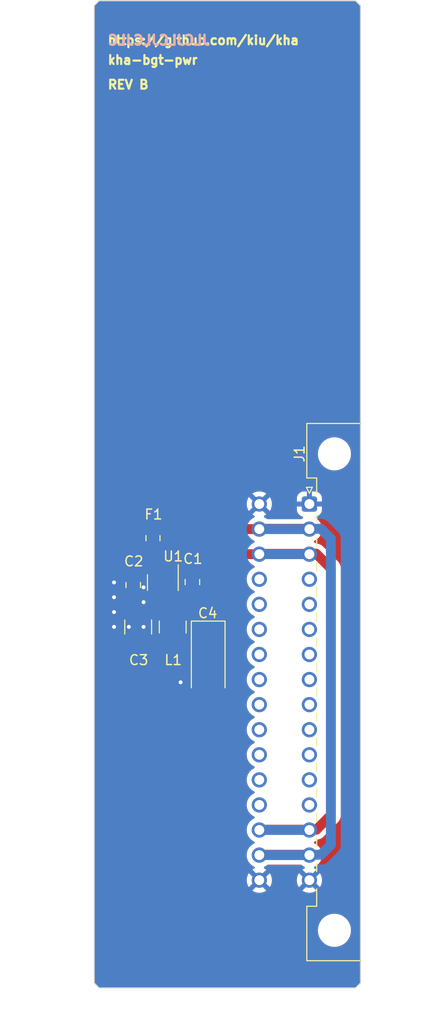
<source format=kicad_pcb>
(kicad_pcb (version 20221018) (generator pcbnew)
  (layers (0 "F.Cu" signal) (31 "B.Cu" signal) (34 "B.Paste" user) (35 "F.Paste" user) (36 "B.SilkS" user "B.Silkscreen") (37 "F.SilkS" user "F.Silkscreen") (38 "B.Mask" user) (39 "F.Mask" user) (44 "Edge.Cuts" user))
  (net 0 "")
  (net 1 "Net-(U1-SW)")
  (net 2 "Net-(U1-BST)")
  (net 3 "GND")
  (net 4 "Net-(U1-EN)")
  (net 5 "+5V")
  (net 6 "+12V")
  (footprint "Capacitor_SMD:C_0805_2012Metric" (layer "F.Cu") (at 91.455 112.185 90)
    (fp_text reference "C2" (at 2.4 0.05 180) (layer "F.SilkS"))
    (fp_text value "10uF")
    (fp_line (start -0.261252 -0.735) (end 0.261252 -0.735) (stroke (width 0.12)) (layer "F.SilkS"))
    (fp_line (start -0.261252 0.735) (end 0.261252 0.735) (stroke (width 0.12)) (layer "F.SilkS"))
    (pad "1" smd roundrect (at -0.95 0 90) (size 1 1.45) (layers "F.Cu" "F.Paste" "F.Mask") (net 3 "GND"))
    (pad "2" smd roundrect (at 0.95 0 90) (size 1 1.45) (layers "F.Cu" "F.Paste" "F.Mask") (net 4 "Net-(U1-EN)"))
  )
  (footprint "Fuse:Fuse_0805_2012Metric" (layer "F.Cu") (at 93.455 107.435 90)
    (fp_text reference "F1" (at 2.4 0.05 180) (layer "F.SilkS"))
    (fp_text value "Polyfuse")
    (fp_line (start -0.258578 -0.71) (end 0.258578 -0.71) (stroke (width 0.12)) (layer "F.SilkS"))
    (fp_line (start -0.258578 0.71) (end 0.258578 0.71) (stroke (width 0.12)) (layer "F.SilkS"))
    (pad "1" smd roundrect (at -0.9375 0 90) (size 0.975 1.4) (layers "F.Cu" "F.Paste" "F.Mask") (net 4 "Net-(U1-EN)"))
    (pad "2" smd roundrect (at 0.9375 0 90) (size 0.975 1.4) (layers "F.Cu" "F.Paste" "F.Mask") (net 6 "+12V"))
  )
  (footprint "Connector_DIN:DIN41612_C2_2x16_Male_Horizontal_THT" (layer "F.Cu") (at 109.32 103.98 -90)
    (fp_text reference "J1" (at -5.08 1 90) (layer "F.SilkS"))
    (fp_text value "DIN41612_02x16_AC")
    (fp_line (start -8.16 -5.3) (end -8.16 0.26) (stroke (width 0.12)) (layer "F.SilkS"))
    (fp_line (start -8.16 0.26) (end -2.64 0.26) (stroke (width 0.12)) (layer "F.SilkS"))
    (fp_line (start -2.64 -0.74) (end -1.095 -0.74) (stroke (width 0.12)) (layer "F.SilkS"))
    (fp_line (start -2.64 0.26) (end -2.64 -0.74) (stroke (width 0.12)) (layer "F.SilkS"))
    (fp_line (start -1.695 -0.3) (end -1.695 0.3) (stroke (width 0.12)) (layer "F.SilkS"))
    (fp_line (start -1.695 0.3) (end -1.095 0) (stroke (width 0.12)) (layer "F.SilkS"))
    (fp_line (start -1.095 0) (end -1.695 -0.3) (stroke (width 0.12)) (layer "F.SilkS"))
    (fp_line (start 1.095 -0.74) (end 1.671 -0.74) (stroke (width 0.12)) (layer "F.SilkS"))
    (fp_line (start 3.41 -0.74) (end 4.211 -0.74) (stroke (width 0.12)) (layer "F.SilkS"))
    (fp_line (start 5.95 -0.74) (end 6.751 -0.74) (stroke (width 0.12)) (layer "F.SilkS"))
    (fp_line (start 8.49 -0.74) (end 9.291 -0.74) (stroke (width 0.12)) (layer "F.SilkS"))
    (fp_line (start 11.03 -0.74) (end 11.831 -0.74) (stroke (width 0.12)) (layer "F.SilkS"))
    (fp_line (start 13.57 -0.74) (end 14.371 -0.74) (stroke (width 0.12)) (layer "F.SilkS"))
    (fp_line (start 16.11 -0.74) (end 16.911 -0.74) (stroke (width 0.12)) (layer "F.SilkS"))
    (fp_line (start 18.65 -0.74) (end 19.451 -0.74) (stroke (width 0.12)) (layer "F.SilkS"))
    (fp_line (start 21.19 -0.74) (end 21.991 -0.74) (stroke (width 0.12)) (layer "F.SilkS"))
    (fp_line (start 23.73 -0.74) (end 24.531 -0.74) (stroke (width 0.12)) (layer "F.SilkS"))
    (fp_line (start 26.27 -0.74) (end 27.071 -0.74) (stroke (width 0.12)) (layer "F.SilkS"))
    (fp_line (start 28.81 -0.74) (end 29.611 -0.74) (stroke (width 0.12)) (layer "F.SilkS"))
    (fp_line (start 31.35 -0.74) (end 32.151 -0.74) (stroke (width 0.12)) (layer "F.SilkS"))
    (fp_line (start 33.89 -0.74) (end 34.691 -0.74) (stroke (width 0.12)) (layer "F.SilkS"))
    (fp_line (start 36.43 -0.74) (end 37.231 -0.74) (stroke (width 0.12)) (layer "F.SilkS"))
    (fp_line (start 38.97 -0.74) (end 40.74 -0.74) (stroke (width 0.12)) (layer "F.SilkS"))
    (fp_line (start 40.74 0.26) (end 40.74 -0.74) (stroke (width 0.12)) (layer "F.SilkS"))
    (fp_line (start 46.26 -5.3) (end 46.26 0.26) (stroke (width 0.12)) (layer "F.SilkS"))
    (fp_line (start 46.26 0.26) (end 40.74 0.26) (stroke (width 0.12)) (layer "F.SilkS"))
    (pad "" np_thru_hole circle (at -5.08 -2.54 270) (size 2.85 2.85) (drill 2.85) (layers "*.Cu" "*.Mask"))
    (pad "" np_thru_hole circle (at 43.18 -2.54 270) (size 2.85 2.85) (drill 2.85) (layers "*.Cu" "*.Mask"))
    (pad "a1" thru_hole roundrect (at 0 0 270) (size 1.55 1.55) (drill 1) (layers "*.Cu" "*.Mask") (roundrect_rratio 0.1612896774) (net 3 "GND"))
    (pad "a2" thru_hole circle (at 2.54 0 270) (size 1.55 1.55) (drill 1) (layers "*.Cu" "*.Mask") (net 6 "+12V"))
    (pad "a3" thru_hole circle (at 5.08 0 270) (size 1.55 1.55) (drill 1) (layers "*.Cu" "*.Mask") (net 5 "+5V"))
    (pad "a4" thru_hole circle (at 7.62 0 270) (size 1.55 1.55) (drill 1) (layers "*.Cu" "*.Mask"))
    (pad "a5" thru_hole circle (at 10.16 0 270) (size 1.55 1.55) (drill 1) (layers "*.Cu" "*.Mask"))
    (pad "a6" thru_hole circle (at 12.7 0 270) (size 1.55 1.55) (drill 1) (layers "*.Cu" "*.Mask"))
    (pad "a7" thru_hole circle (at 15.24 0 270) (size 1.55 1.55) (drill 1) (layers "*.Cu" "*.Mask"))
    (pad "a8" thru_hole circle (at 17.78 0 270) (size 1.55 1.55) (drill 1) (layers "*.Cu" "*.Mask"))
    (pad "a9" thru_hole circle (at 20.32 0 270) (size 1.55 1.55) (drill 1) (layers "*.Cu" "*.Mask"))
    (pad "a10" thru_hole circle (at 22.86 0 270) (size 1.55 1.55) (drill 1) (layers "*.Cu" "*.Mask"))
    (pad "a11" thru_hole circle (at 25.4 0 270) (size 1.55 1.55) (drill 1) (layers "*.Cu" "*.Mask"))
    (pad "a12" thru_hole circle (at 27.94 0 270) (size 1.55 1.55) (drill 1) (layers "*.Cu" "*.Mask"))
    (pad "a13" thru_hole circle (at 30.48 0 270) (size 1.55 1.55) (drill 1) (layers "*.Cu" "*.Mask"))
    (pad "a14" thru_hole circle (at 33.02 0 270) (size 1.55 1.55) (drill 1) (layers "*.Cu" "*.Mask") (net 5 "+5V"))
    (pad "a15" thru_hole circle (at 35.56 0 270) (size 1.55 1.55) (drill 1) (layers "*.Cu" "*.Mask") (net 6 "+12V"))
    (pad "a16" thru_hole circle (at 38.1 0 270) (size 1.55 1.55) (drill 1) (layers "*.Cu" "*.Mask") (net 3 "GND"))
    (pad "c1" thru_hole circle (at 0 5.08 270) (size 1.55 1.55) (drill 1) (layers "*.Cu" "*.Mask") (net 3 "GND"))
    (pad "c2" thru_hole circle (at 2.54 5.08 270) (size 1.55 1.55) (drill 1) (layers "*.Cu" "*.Mask") (net 6 "+12V"))
    (pad "c3" thru_hole circle (at 5.08 5.08 270) (size 1.55 1.55) (drill 1) (layers "*.Cu" "*.Mask") (net 5 "+5V"))
    (pad "c4" thru_hole circle (at 7.62 5.08 270) (size 1.55 1.55) (drill 1) (layers "*.Cu" "*.Mask"))
    (pad "c5" thru_hole circle (at 10.16 5.08 270) (size 1.55 1.55) (drill 1) (layers "*.Cu" "*.Mask"))
    (pad "c6" thru_hole circle (at 12.7 5.08 270) (size 1.55 1.55) (drill 1) (layers "*.Cu" "*.Mask"))
    (pad "c7" thru_hole circle (at 15.24 5.08 270) (size 1.55 1.55) (drill 1) (layers "*.Cu" "*.Mask"))
    (pad "c8" thru_hole circle (at 17.78 5.08 270) (size 1.55 1.55) (drill 1) (layers "*.Cu" "*.Mask"))
    (pad "c9" thru_hole circle (at 20.32 5.08 270) (size 1.55 1.55) (drill 1) (layers "*.Cu" "*.Mask"))
    (pad "c10" thru_hole circle (at 22.86 5.08 270) (size 1.55 1.55) (drill 1) (layers "*.Cu" "*.Mask"))
    (pad "c11" thru_hole circle (at 25.4 5.08 270) (size 1.55 1.55) (drill 1) (layers "*.Cu" "*.Mask"))
    (pad "c12" thru_hole circle (at 27.94 5.08 270) (size 1.55 1.55) (drill 1) (layers "*.Cu" "*.Mask"))
    (pad "c13" thru_hole circle (at 30.48 5.08 270) (size 1.55 1.55) (drill 1) (layers "*.Cu" "*.Mask"))
    (pad "c14" thru_hole circle (at 33.02 5.08 270) (size 1.55 1.55) (drill 1) (layers "*.Cu" "*.Mask") (net 5 "+5V"))
    (pad "c15" thru_hole circle (at 35.56 5.08 270) (size 1.55 1.55) (drill 1) (layers "*.Cu" "*.Mask") (net 6 "+12V"))
    (pad "c16" thru_hole circle (at 38.1 5.08 270) (size 1.55 1.55) (drill 1) (layers "*.Cu" "*.Mask") (net 3 "GND"))
  )
  (footprint "Inductor_SMD:L_1210_3225Metric" (layer "F.Cu") (at 95.455 116.435 -90)
    (fp_text reference "L1" (at 3.35 -0.05 -180) (layer "F.SilkS"))
    (fp_text value "4.7uH")
    (fp_line (start -0.602064 -1.36) (end 0.602064 -1.36) (stroke (width 0.12)) (layer "F.SilkS"))
    (fp_line (start -0.602064 1.36) (end 0.602064 1.36) (stroke (width 0.12)) (layer "F.SilkS"))
    (pad "1" smd roundrect (at -1.4 0 270) (size 1.25 2.65) (layers "F.Cu" "F.Paste" "F.Mask") (roundrect_rratio 0.2) (net 1 "Net-(U1-SW)"))
    (pad "2" smd roundrect (at 1.4 0 270) (size 1.25 2.65) (layers "F.Cu" "F.Paste" "F.Mask") (roundrect_rratio 0.2) (net 5 "+5V"))
  )
  (footprint "Capacitor_SMD:C_1210_3225Metric" (layer "F.Cu") (at 91.955 116.435 90)
    (fp_text reference "C3" (at -3.35 0.05 180) (layer "F.SilkS"))
    (fp_text value "47uF")
    (fp_line (start -0.711252 -1.36) (end 0.711252 -1.36) (stroke (width 0.12)) (layer "F.SilkS"))
    (fp_line (start -0.711252 1.36) (end 0.711252 1.36) (stroke (width 0.12)) (layer "F.SilkS"))
    (pad "1" smd roundrect (at -1.475 0 90) (size 1.15 2.7) (layers "F.Cu" "F.Paste" "F.Mask") (roundrect_rratio 0.2173913043) (net 5 "+5V"))
    (pad "2" smd roundrect (at 1.475 0 90) (size 1.15 2.7) (layers "F.Cu" "F.Paste" "F.Mask") (roundrect_rratio 0.2173913043) (net 3 "GND"))
  )
  (footprint "Capacitor_Tantalum_SMD:CP_EIA-6032-28_Kemet-C" (layer "F.Cu") (at 99.055 119.5975 -90)
    (fp_text reference "C4" (at -4.5625 0.05 -180) (layer "F.SilkS"))
    (fp_text value "220uF")
    (fp_line (start -3.76 -1.71) (end -3.76 1.71) (stroke (width 0.12)) (layer "F.SilkS"))
    (fp_line (start -3.76 1.71) (end 3 1.71) (stroke (width 0.12)) (layer "F.SilkS"))
    (fp_line (start 3 -1.71) (end -3.76 -1.71) (stroke (width 0.12)) (layer "F.SilkS"))
    (pad "1" smd roundrect (at -2.4625 0 270) (size 2.075 2.35) (layers "F.Cu" "F.Paste" "F.Mask") (roundrect_rratio 0.1204819277) (net 5 "+5V"))
    (pad "2" smd roundrect (at 2.4625 0 270) (size 2.075 2.35) (layers "F.Cu" "F.Paste" "F.Mask") (roundrect_rratio 0.1204819277) (net 3 "GND"))
  )
  (footprint "Capacitor_SMD:C_0805_2012Metric" (layer "F.Cu") (at 97.455 111.885 90)
    (fp_text reference "C1" (at 2.35 0.05 180) (layer "F.SilkS"))
    (fp_text value "100nF")
    (fp_line (start -0.261252 -0.735) (end 0.261252 -0.735) (stroke (width 0.12)) (layer "F.SilkS"))
    (fp_line (start -0.261252 0.735) (end 0.261252 0.735) (stroke (width 0.12)) (layer "F.SilkS"))
    (pad "1" smd roundrect (at -0.95 0 90) (size 1 1.45) (layers "F.Cu" "F.Paste" "F.Mask") (net 1 "Net-(U1-SW)"))
    (pad "2" smd roundrect (at 0.95 0 90) (size 1 1.45) (layers "F.Cu" "F.Paste" "F.Mask") (net 2 "Net-(U1-BST)"))
  )
  (footprint "Package_TO_SOT_SMD:TSOT-23-6" (layer "F.Cu") (at 94.455 111.935 -90)
    (fp_text reference "U1" (at -2.65 -1.05 -180) (layer "F.SilkS"))
    (fp_text value "AP63205WU")
    (fp_line (start 0 -1.56) (end -1.8 -1.56) (stroke (width 0.12)) (layer "F.SilkS"))
    (fp_line (start 0 -1.56) (end 0.8 -1.56) (stroke (width 0.12)) (layer "F.SilkS"))
    (fp_line (start 0 1.56) (end -0.8 1.56) (stroke (width 0.12)) (layer "F.SilkS"))
    (fp_line (start 0 1.56) (end 0.8 1.56) (stroke (width 0.12)) (layer "F.SilkS"))
    (pad "1" smd roundrect (at -1.1375 -0.95 270) (size 1.325 0.6) (layers "F.Cu" "F.Paste" "F.Mask") (net 5 "+5V"))
    (pad "2" smd roundrect (at -1.1375 0 270) (size 1.325 0.6) (layers "F.Cu" "F.Paste" "F.Mask") (net 4 "Net-(U1-EN)"))
    (pad "3" smd roundrect (at -1.1375 0.95 270) (size 1.325 0.6) (layers "F.Cu" "F.Paste" "F.Mask") (net 4 "Net-(U1-EN)"))
    (pad "4" smd roundrect (at 1.1375 0.95 270) (size 1.325 0.6) (layers "F.Cu" "F.Paste" "F.Mask") (net 3 "GND"))
    (pad "5" smd roundrect (at 1.1375 0 270) (size 1.325 0.6) (layers "F.Cu" "F.Paste" "F.Mask") (net 1 "Net-(U1-SW)"))
    (pad "6" smd roundrect (at 1.1375 -0.95 270) (size 1.325 0.6) (layers "F.Cu" "F.Paste" "F.Mask") (net 2 "Net-(U1-BST)"))
  )
  (gr_line (start 114 153) (end 114.5 152.5) (stroke (width 0.1)) (layer "Edge.Cuts"))
  (gr_line (start 114 153) (end 88 153) (stroke (width 0.1)) (layer "Edge.Cuts"))
  (gr_line (start 88 53) (end 114 53) (stroke (width 0.1)) (layer "Edge.Cuts"))
  (gr_line (start 87.5 53.5) (end 87.5 152.5) (stroke (width 0.1)) (layer "Edge.Cuts"))
  (gr_line (start 114.5 53.5) (end 114.5 152.5) (stroke (width 0.1)) (layer "Edge.Cuts"))
  (gr_line (start 88 53) (end 87.5 53.5) (stroke (width 0.1)) (layer "Edge.Cuts"))
  (gr_line (start 114 53) (end 114.5 53.5) (stroke (width 0.1)) (layer "Edge.Cuts"))
  (gr_line (start 87.5 152.5) (end 88 153) (stroke (width 0.1)) (layer "Edge.Cuts"))
  (gr_text "JLCJLCJLCJLC" (at 88.755 57) (layer "B.SilkS") (effects (font (size 1 1) (thickness 0.25) bold) (justify right mirror)))
  (gr_text "https://github.com/kiu/kha" (at 88.755 57) (layer "F.SilkS") (effects (font (size 0.9 0.9) (thickness 0.225) bold) (justify left)))
  (gr_text "REV B" (at 88.755 61.5) (layer "F.SilkS") (effects (font (size 0.9 0.9) (thickness 0.225) bold) (justify left)))
  (gr_text "kha-bgt-pwr" (at 88.755 59) (layer "F.SilkS") (effects (font (size 0.9 0.9) (thickness 0.225) bold) (justify left)))
  (segment (start 97.505 114.4225) (end 96.905 115.0225) (width 0.6) (layer "F.Cu") (net 1))
  (segment (start 96.905 115.0225) (end 95.505 115.0225) (width 0.6) (layer "F.Cu") (net 1))
  (segment (start 94.505 113.06) (end 94.505 114.0225) (width 0.6) (layer "F.Cu") (net 1))
  (segment (start 97.505 112.8725) (end 97.505 114.4225) (width 0.6) (layer "F.Cu") (net 1))
  (segment (start 94.505 114.0225) (end 95.505 115.0225) (width 0.6) (layer "F.Cu") (net 1))
  (segment (start 96.955 110.9725) (end 97.505 110.9725) (width 0.6) (layer "F.Cu") (net 2))
  (segment (start 95.455 112.4725) (end 96.955 110.9725) (width 0.6) (layer "F.Cu") (net 2))
  (segment (start 95.455 113.06) (end 95.455 112.4725) (width 0.6) (layer "F.Cu") (net 2))
  (via (at 92.505 113.9225) (size 0.8) (drill 0.4) (layers "F.Cu" "B.Cu") (net 3))
  (via (at 91.005 116.4225) (size 0.8) (drill 0.4) (layers "F.Cu" "B.Cu") (net 3))
  (via (at 89.505 116.4225) (size 0.8) (drill 0.4) (layers "F.Cu" "B.Cu") (net 3))
  (via (at 89.505 111.9225) (size 0.8) (drill 0.4) (layers "F.Cu" "B.Cu") (net 3))
  (via (at 89.505 114.9225) (size 0.8) (drill 0.4) (layers "F.Cu" "B.Cu") (net 3))
  (via (at 96.255 122.035) (size 0.8) (drill 0.4) (layers "F.Cu" "B.Cu") (net 3))
  (via (at 92.505 112.4225) (size 0.8) (drill 0.4) (layers "F.Cu" "B.Cu") (net 3))
  (via (at 92.505 116.4225) (size 0.8) (drill 0.4) (layers "F.Cu" "B.Cu") (net 3))
  (via (at 89.505 113.4225) (size 0.8) (drill 0.4) (layers "F.Cu" "B.Cu") (net 3))
  (segment (start 94.505 110.785) (end 93.555 110.785) (width 0.6) (layer "F.Cu") (net 4))
  (segment (start 93.505 110.735) (end 93.555 110.785) (width 1) (layer "F.Cu") (net 4))
  (segment (start 93.1175 111.2225) (end 93.555 110.785) (width 1) (layer "F.Cu") (net 4))
  (segment (start 91.505 111.2225) (end 93.1175 111.2225) (width 1) (layer "F.Cu") (net 4))
  (segment (start 93.505 108.36) (end 93.505 110.735) (width 1) (layer "F.Cu") (net 4))
  (segment (start 101.255 115.535) (end 101.255 110.535) (width 1) (layer "F.Cu") (net 5))
  (segment (start 98.505 109.9225) (end 99.005 110.4225) (width 0.5) (layer "F.Cu") (net 5))
  (segment (start 95.455 110.785) (end 96.3175 109.9225) (width 0.5) (layer "F.Cu") (net 5))
  (segment (start 99.205 117.0725) (end 99.7175 117.0725) (width 1) (layer "F.Cu") (net 5))
  (segment (start 111.5 110.5) (end 111.5 135.5) (width 1) (layer "F.Cu") (net 5))
  (segment (start 109.26 109.025) (end 104.18 109.025) (width 1) (layer "F.Cu") (net 5))
  (segment (start 110.525 109.525) (end 111.5 110.5) (width 1) (layer "F.Cu") (net 5))
  (segment (start 92.08 117.8225) (end 92.005 117.8975) (width 1) (layer "F.Cu") (net 5))
  (segment (start 101.255 110.535) (end 102.73 109.06) (width 1) (layer "F.Cu") (net 5))
  (segment (start 95.505 117.8225) (end 92.08 117.8225) (width 1) (layer "F.Cu") (net 5))
  (segment (start 99.005 116.885) (end 99.0425 116.9225) (width 0.5) (layer "F.Cu") (net 5))
  (segment (start 98.1425 117.8225) (end 99.0425 116.9225) (width 1) (layer "F.Cu") (net 5))
  (segment (start 109.32 109.06) (end 110.06 109.06) (width 1) (layer "F.Cu") (net 5))
  (segment (start 110 109) (end 110.525 109.525) (width 1) (layer "F.Cu") (net 5))
  (segment (start 102.73 109.06) (end 104.24 109.06) (width 1) (layer "F.Cu") (net 5))
  (segment (start 95.505 117.8225) (end 98.1425 117.8225) (width 1) (layer "F.Cu") (net 5))
  (segment (start 109.285 109) (end 110 109) (width 1) (layer "F.Cu") (net 5))
  (segment (start 99.7175 117.0725) (end 101.255 115.535) (width 1) (layer "F.Cu") (net 5))
  (segment (start 109.26 136.965) (end 104.18 136.965) (width 1) (layer "F.Cu") (net 5))
  (segment (start 111.5 110.5) (end 111.5 116.903) (width 1) (layer "F.Cu") (net 5))
  (segment (start 111.5 135.5) (end 110.035 136.965) (width 1) (layer "F.Cu") (net 5))
  (segment (start 99.005 110.4225) (end 99.005 116.885) (width 0.5) (layer "F.Cu") (net 5))
  (segment (start 111.5 116.903) (end 111.5 135.5) (width 1) (layer "F.Cu") (net 5))
  (segment (start 110.06 109.06) (end 111.5 110.5) (width 1) (layer "F.Cu") (net 5))
  (segment (start 109.26 136.965) (end 110.035 136.965) (width 1) (layer "F.Cu") (net 5))
  (segment (start 109.26 109.025) (end 109.285 109) (width 1) (layer "F.Cu") (net 5))
  (segment (start 110.035 136.965) (end 111.5 135.5) (width 1) (layer "F.Cu") (net 5))
  (segment (start 96.3175 109.9225) (end 98.505 109.9225) (width 0.5) (layer "F.Cu") (net 5))
  (segment (start 110.035 136.965) (end 109.26 136.965) (width 1) (layer "F.Cu") (net 5))
  (segment (start 109.32 137) (end 104.24 137) (width 1) (layer "B.Cu") (net 5))
  (segment (start 109.32 109.06) (end 104.24 109.06) (width 1) (layer "B.Cu") (net 5))
  (segment (start 109.26 106.485) (end 104.18 106.485) (width 1) (layer "F.Cu") (net 6))
  (segment (start 93.54 106.52) (end 93.505 106.485) (width 1) (layer "F.Cu") (net 6))
  (segment (start 104.24 106.52) (end 93.54 106.52) (width 1) (layer "F.Cu") (net 6))
  (segment (start 109.26 139.505) (end 104.18 139.505) (width 1) (layer "F.Cu") (net 6))
  (segment (start 109.26 106.485) (end 110.485 106.485) (width 1) (layer "B.Cu") (net 6))
  (segment (start 109.26 106.485) (end 110.485 106.485) (width 1) (layer "B.Cu") (net 6))
  (segment (start 111.5 107.5) (end 111.5 108) (width 1) (layer "B.Cu") (net 6))
  (segment (start 110.495 139.505) (end 111.5 138.5) (width 1) (layer "B.Cu") (net 6))
  (segment (start 110.485 106.485) (end 111.5 107.5) (width 1) (layer "B.Cu") (net 6))
  (segment (start 110.485 106.485) (end 111.5 107.5) (width 1) (layer "B.Cu") (net 6))
  (segment (start 111.5 108) (end 111.5 138.5) (width 1) (layer "B.Cu") (net 6))
  (segment (start 109.32 106.52) (end 104.24 106.52) (width 1) (layer "B.Cu") (net 6))
  (segment (start 111.5 108) (end 111.5 138.5) (width 1) (layer "B.Cu") (net 6))
  (segment (start 109.26 139.505) (end 110.495 139.505) (width 1) (layer "B.Cu") (net 6))
  (segment (start 111.5 107.5) (end 111.5 108) (width 1) (layer "B.Cu") (net 6))
  (segment (start 109.26 139.505) (end 110.495 139.505) (width 1) (layer "B.Cu") (net 6))
  (segment (start 109.32 139.54) (end 104.24 139.54) (width 1) (layer "B.Cu") (net 6))
  (segment (start 110.495 139.505) (end 111.5 138.5) (width 1) (layer "B.Cu") (net 6))
  (zone (net 3) (net_name "GND") (layer "F.Cu") (priority 3) (connect_pads yes (clearance 0.508)) (min_thickness 0.25) (fill yes (thermal_gap 0.5) (thermal_bridge_width 0.5))
    (polygon (pts (xy 89.005 111.785) (xy 94.005 111.785) (xy 94.005 116.9225) (xy 89.005 116.9225)))
  )
  (zone (net 3) (net_name "GND") (layers "F&B.Cu") (priority 2) (connect_pads (clearance 0.5)) (min_thickness 0.25) (fill yes (thermal_gap 0.5) (thermal_bridge_width 0.5))
    (polygon (pts (xy 87.5 53) (xy 114.5 53) (xy 114.5 153) (xy 87.5 153)))
  )
)
</source>
